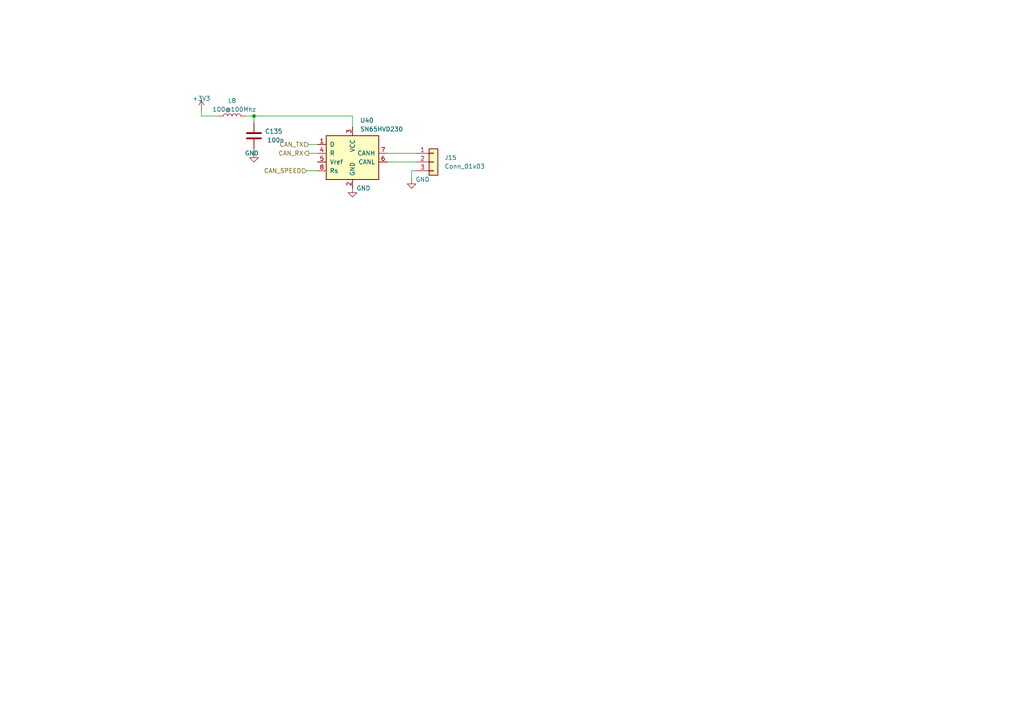
<source format=kicad_sch>
(kicad_sch (version 20231120) (generator "eeschema") (generator_version "8.0")
  (paper "A4")
  (lib_symbols
    (symbol "Connector_Generic:Conn_01x03" (pin_names (offset 1.016) hide)
      (property "Reference" "J" (at 0 5.08 0))
      (property "Value" "Conn_01x03" (at 0 -5.08 0))
      (symbol "Conn_01x03_1_1"
        (rectangle (start -1.27 -2.413) (end 0 -2.667) (stroke (width 0.1524)))
        (rectangle (start -1.27 0.127) (end 0 -0.127) (stroke (width 0.1524)))
        (rectangle (start -1.27 2.667) (end 0 2.413) (stroke (width 0.1524)))
        (rectangle (start -1.27 3.81) (end 1.27 -3.81) (stroke (width 0.254)) (fill (type background)))
        (pin passive line (at -5.08 2.54 0) (length 3.81) (name "Pin_1") (number "1"))
        (pin passive line (at -5.08 0 0) (length 3.81) (name "Pin_2") (number "2"))
        (pin passive line (at -5.08 -2.54 0) (length 3.81) (name "Pin_3") (number "3"))
      )
    )
    (symbol "Device:C" (pin_numbers hide) (pin_names (offset 0.254))
      (property "Reference" "C" (at 0.635 2.54 0))
      (property "Value" "C" (at 0.635 -2.54 0))
      (symbol "C_0_1"
        (polyline (pts (xy -2.032 -0.762) (xy 2.032 -0.762)) (stroke (width 0.508)))
        (polyline (pts (xy -2.032 0.762) (xy 2.032 0.762)) (stroke (width 0.508)))
      )
      (symbol "C_1_1"
        (pin passive line (at 0 3.81 270) (length 2.794) (name "~") (number "1"))
        (pin passive line (at 0 -3.81 90) (length 2.794) (name "~") (number "2"))
      )
    )
    (symbol "Device:L" (pin_numbers hide) (pin_names (offset 1.016) hide)
      (property "Reference" "L" (at -1.27 0 90))
      (property "Value" "L" (at 1.905 0 90))
      (symbol "L_0_1"
        (arc (start 0 -2.54) (mid 0.6323 -1.905) (end 0 -1.27))
        (arc (start 0 -1.27) (mid 0.6323 -0.635) (end 0 0))
        (arc (start 0 0) (mid 0.6323 0.635) (end 0 1.27))
        (arc (start 0 1.27) (mid 0.6323 1.905) (end 0 2.54))
      )
      (symbol "L_1_1"
        (pin passive line (at 0 3.81 270) (length 1.27) (name "1") (number "1"))
        (pin passive line (at 0 -3.81 90) (length 1.27) (name "2") (number "2"))
      )
    )
    (symbol "Interface_CAN_LIN:SN65HVD230" (pin_names (offset 1.016))
      (property "Reference" "U" (at -2.54 10.16 0))
      (property "Value" "SN65HVD230" (at -2.54 7.62 0))
      (symbol "SN65HVD230_0_1"
        (rectangle (start -7.62 5.08) (end 7.62 -7.62) (stroke (width 0.254)) (fill (type background)))
      )
      (symbol "SN65HVD230_1_1"
        (pin input line (at -10.16 2.54 0) (length 2.54) (name "D") (number "1"))
        (pin power_in line (at 0 -10.16 90) (length 2.54) (name "GND") (number "2"))
        (pin power_in line (at 0 7.62 270) (length 2.54) (name "VCC") (number "3"))
        (pin output line (at -10.16 0 0) (length 2.54) (name "R") (number "4"))
        (pin output line (at -10.16 -2.54 0) (length 2.54) (name "Vref") (number "5"))
        (pin bidirectional line (at 10.16 -2.54 180) (length 2.54) (name "CANL") (number "6"))
        (pin bidirectional line (at 10.16 0 180) (length 2.54) (name "CANH") (number "7"))
        (pin input line (at -10.16 -5.08 0) (length 2.54) (name "Rs") (number "8"))
      )
    )
    (symbol "power:+3V3" (power) (pin_numbers hide) (pin_names (offset 0) hide)
      (property "Value" "+3V3" (at 0 3.556 0))
      (symbol "+3V3_0_1"
        (polyline (pts (xy -0.762 1.27) (xy 0 2.54)))
        (polyline (pts (xy 0 0) (xy 0 2.54)))
        (polyline (pts (xy 0 2.54) (xy 0.762 1.27)))
      )
      (symbol "+3V3_1_1"
        (pin power_in line (at 0 0 90) (length 0) (name "~") (number "1"))
      )
    )
    (symbol "power:GND" (power) (pin_numbers hide) (pin_names (offset 0) hide)
      (property "Value" "GND" (at 0 -3.81 0))
      (symbol "GND_0_1"
        (polyline (pts (xy 0 0) (xy 0 -1.27) (xy 1.27 -1.27) (xy 0 -2.54) (xy -1.27 -1.27) (xy 0 -1.27)))
      )
      (symbol "GND_1_1"
        (pin power_in line (at 0 0 270) (length 0) (name "~") (number "1"))
      )
    )
  )
  (junction (at 73.66 33.655))
  (wire (pts (xy 89.535 41.91) (xy 92.075 41.91)))
  (wire (pts (xy 119.38 49.53) (xy 120.65 49.53)))
  (wire (pts (xy 71.12 33.655) (xy 73.66 33.655)))
  (wire (pts (xy 58.42 33.655) (xy 58.42 31.75)))
  (wire (pts (xy 63.5 33.655) (xy 58.42 33.655)))
  (wire (pts (xy 73.66 33.655) (xy 102.235 33.655)))
  (wire (pts (xy 88.9 49.53) (xy 92.075 49.53)))
  (wire (pts (xy 112.395 44.45) (xy 120.65 44.45)))
  (wire (pts (xy 89.535 44.45) (xy 92.075 44.45)))
  (wire (pts (xy 112.395 46.99) (xy 120.65 46.99)))
  (wire (pts (xy 73.66 33.655) (xy 73.66 35.56)))
  (wire (pts (xy 73.66 43.18) (xy 73.66 44.45)))
  (wire (pts (xy 102.235 33.655) (xy 102.235 36.83)))
  (wire (pts (xy 119.38 52.07) (xy 119.38 49.53)))
  (hierarchical_label "CAN_SPEED" (shape input) (at 88.9 49.53 180))
  (hierarchical_label "CAN_RX" (shape output) (at 89.535 44.45 180))
  (hierarchical_label "CAN_TX" (shape input) (at 89.535 41.91 180))
  (symbol (lib_id "Connector_Generic:Conn_01x03") (at 125.73 46.99 0) (unit 1) (in_bom no)
    (property "Reference" "J15" (at 128.905 45.7199 0) (effects (justify left)))
    (property "Value" "Conn_01x03" (at 128.905 48.2599 0) (effects (justify left)))
    (property "Footprint" "TerminalBlock_4Ucon:TerminalBlock_4Ucon_1x03_P3.50mm_Vertical" (effects (hide yes)))
    (property "Description" "Generic connector, single row, 01x03, script generated (kicad-library-utils/schlib/autogen/connector/)" (effects (hide yes)))
    (property "LCSC Part #" "C192778" (effects (hide yes)))
    (property "Conn" "C2922211" (effects (hide yes)))
  )
  (symbol (lib_id "Device:L") (at 67.31 33.655 90) (unit 1)
    (property "Reference" "L8" (at 67.31 29.21 90))
    (property "Value" "100@100Mhz" (at 67.945 31.75 90))
    (property "Footprint" "Resistor_SMD:R_0805_2012Metric" (effects (hide yes)))
    (property "Description" "Inductor" (effects (hide yes)))
    (property "LCSC Part #" "C1015" (effects (hide yes)))
  )
  (symbol (lib_id "Device:C") (at 73.66 39.37 0) (unit 1)
    (property "Reference" "C135" (at 76.835 38.1 0) (effects (justify left)))
    (property "Value" "100n" (at 77.47 40.64 0) (effects (justify left)))
    (property "Footprint" "Capacitor_SMD:C_0402_1005Metric" (effects (hide yes)))
    (property "Description" "Unpolarized capacitor" (effects (hide yes)))
    (property "LCSC Part #" "C307331" (effects (hide yes)))
  )
  (symbol (lib_id "power:+3V3") (at 58.42 31.75 0) (unit 1)
    (property "Reference" "#PWR0281" (effects (hide yes)))
    (property "Value" "+3V3" (at 58.42 28.575 0))
    (property "Description" "Power symbol creates a global label with name \"+3V3\"" (effects (hide yes)))
  )
  (symbol (lib_id "power:GND") (at 73.66 44.45 0) (unit 1)
    (property "Reference" "#PWR0282" (effects (hide yes)))
    (property "Value" "GND" (at 73.025 44.45 0))
    (property "Description" "Power symbol creates a global label with name \"GND\" , ground" (effects (hide yes)))
  )
  (symbol (lib_id "Interface_CAN_LIN:SN65HVD230") (at 102.235 44.45 0) (unit 1) (in_bom no)
    (property "Reference" "U40" (at 104.4291 34.925 0) (effects (justify left)))
    (property "Value" "SN65HVD230" (at 104.4291 37.465 0) (effects (justify left)))
    (property "Footprint" "Package_SO:SOIC-8_3.9x4.9mm_P1.27mm" (effects (hide yes)))
    (property "Datasheet" "http://www.ti.com/lit/ds/symlink/sn65hvd230.pdf" (effects (hide yes)))
    (property "Description" "CAN Bus Transceivers, 3.3V, 1Mbps, Low-Power capabilities, SOIC-8" (effects (hide yes)))
    (property "LCSC Part #" "C12084" (effects (hide yes)))
    (property "JLCRotOffset" "-90" (effects (hide yes)))
  )
  (symbol (lib_id "power:GND") (at 102.235 54.61 0) (unit 1)
    (property "Reference" "#PWR0283" (effects (hide yes)))
    (property "Value" "GND" (at 105.41 54.61 0))
    (property "Description" "Power symbol creates a global label with name \"GND\" , ground" (effects (hide yes)))
  )
  (symbol (lib_id "power:GND") (at 119.38 52.07 0) (unit 1)
    (property "Reference" "#PWR0284" (effects (hide yes)))
    (property "Value" "GND" (at 122.555 52.07 0))
    (property "Description" "Power symbol creates a global label with name \"GND\" , ground" (effects (hide yes)))
  )
)
</source>
